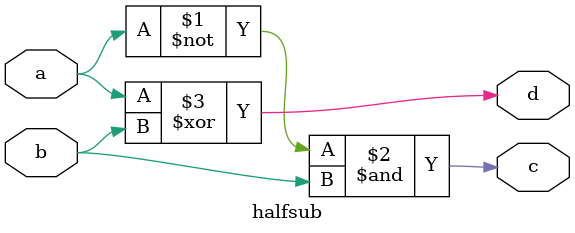
<source format=v>
module halfsub(a,b,c,d);
input a,b;
output c,d;
assign c =~ a&b;
assign d =(a^b);
endmodule

</source>
